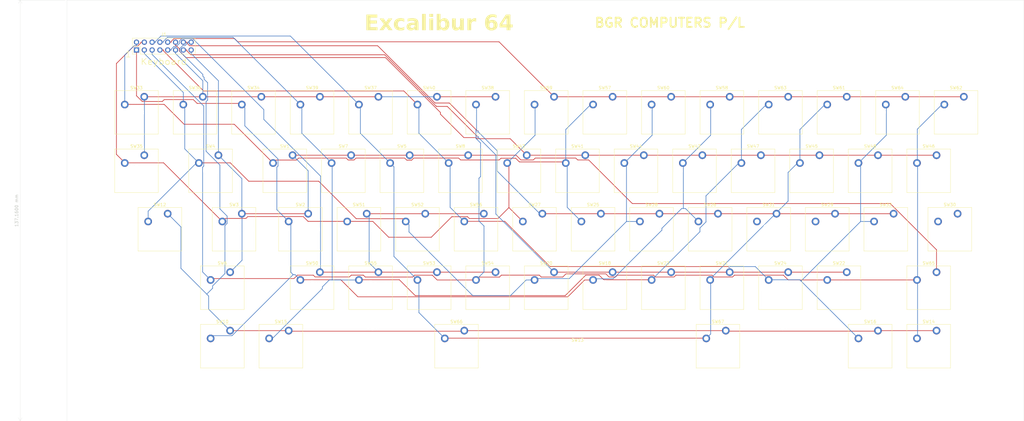
<source format=kicad_pcb>
(kicad_pcb (version 20241229) (generator "pcbnew") (generator_version "9.0")
  (layers (0 "F.Cu" signal) (2 "B.Cu" signal) (13 "F.Paste" user) (15 "B.Paste" user) (5 "F.SilkS" user "F.Silkscreen") (7 "B.SilkS" user "B.Silkscreen") (1 "F.Mask" user) (3 "B.Mask" user) (25 "Edge.Cuts" user))
  (net 0 "")
  (net 1 "COL3")
  (net 2 "COL5")
  (net 3 "COL0")
  (net 4 "ROW5")
  (net 5 "ROW7")
  (net 6 "ROW0")
  (net 7 "COL6")
  (net 8 "COL7")
  (net 9 "COL4")
  (net 10 "ROW2")
  (net 11 "COL1")
  (net 12 "ROW4")
  (net 13 "ROW3")
  (net 14 "ROW6")
  (net 15 "COL2")
  (net 16 "ROW1")
  (footprint "PCM_Switch_Keyboard_Cherry_MX:SW_Cherry_MX_PCB_1.00u" (layer "F.Cu") (at 185.166 126.746)
    (property "Reference" "SW43")
    (property "Value" "T")
  )
  (footprint "PCM_Switch_Keyboard_Cherry_MX:SW_Cherry_MX_PCB_1.00u" (layer "F.Cu") (at 270.256 107.696)
    (property "Reference" "SW63")
    (property "Value" "0 )")
  )
  (footprint "PCM_Switch_Keyboard_Cherry_MX:SW_Cherry_MX_PCB_1.00u" (layer "F.Cu") (at 299.466 126.746)
    (property "Reference" "SW48")
    (property "Value" "[ {")
  )
  (footprint "PCM_Switch_Keyboard_Cherry_MX:SW_Cherry_MX_PCB_1.00u" (layer "F.Cu") (at 190.246 145.796)
    (property "Reference" "SW27")
    (property "Value" "G")
  )
  (footprint "Connector_PinHeader_2.54mm:PinHeader_2x08_P2.54mm_Vertical" (layer "F.Cu") (at 60.721 87.381 90)
    (property "Reference" "J1")
    (property "Value" "Keyboard")
  )
  (footprint "PCM_Switch_Keyboard_Cherry_MX:SW_Cherry_MX_PCB_1.00u" (layer "F.Cu") (at 270.256 164.846)
    (property "Reference" "SW24")
    (property "Value" ". >")
  )
  (footprint "PCM_Switch_Keyboard_Cherry_MX:SW_Cherry_MX_PCB_1.00u" (layer "F.Cu") (at 136.906 107.696)
    (property "Reference" "SW37")
    (property "Value" "3 #")
  )
  (footprint "PCM_Switch_Keyboard_Cherry_MX:SW_Cherry_MX_PCB_1.50u" (layer "F.Cu") (at 84.836 126.746)
    (property "Reference" "SW4")
    (property "Value" "<TAB>")
  )
  (footprint "PCM_Switch_Keyboard_Cherry_MX:SW_Cherry_MX_PCB_1.00u" (layer "F.Cu") (at 266.446 145.796)
    (property "Reference" "SW31")
    (property "Value" "L")
  )
  (footprint "PCM_Switch_Keyboard_Cherry_MX:SW_Cherry_MX_PCB_1.00u" (layer "F.Cu") (at 285.496 145.796)
    (property "Reference" "SW29")
    (property "Value" "; :")
  )
  (footprint "PCM_Switch_Keyboard_Cherry_MX:SW_Cherry_MX_PCB_1.00u" (layer "F.Cu") (at 242.316 126.746)
    (property "Reference" "SW42")
    (property "Value" "I")
  )
  (footprint "PCM_Switch_Keyboard_Cherry_MX:SW_Cherry_MX_PCB_1.00u" (layer "F.Cu") (at 155.956 107.696)
    (property "Reference" "SW40")
    (property "Value" "4 $")
  )
  (footprint "PCM_Switch_Keyboard_Cherry_MX:SW_Cherry_MX_PCB_1.00u" (layer "F.Cu") (at 209.296 145.796)
    (property "Reference" "SW25")
    (property "Value" "H")
  )
  (footprint "MountingHole:MountingHole_4.3mm_M4" (layer "F.Cu") (at 343.396 164.746)
    (property "Reference" "REF09" (hide yes))
    (property "Value" "MountingHole_4.3mm_M4" (hide yes))
  )
  (footprint "PCM_Switch_Keyboard_Cherry_MX:SW_Cherry_MX_PCB_1.00u" (layer "F.Cu") (at 107.696 183.896)
    (property "Reference" "SW15")
    (property "Value" "F2")
  )
  (footprint "MountingHole:MountingHole_4.3mm_M4" (layer "F.Cu") (at 191.396 77.746)
    (property "Reference" "REF03" (hide yes))
    (property "Value" "MountingHole_4.3mm_M4" (hide yes))
  )
  (footprint "MountingHole:MountingHole_4.3mm_M4" (layer "F.Cu") (at 49.53 200.406)
    (property "Reference" "REF10" (hide yes))
    (property "Value" "MountingHole_4.3mm_M4" (hide yes))
  )
  (footprint "PCM_Switch_Keyboard_Cherry_MX:SW_Cherry_MX_PCB_1.00u" (layer "F.Cu") (at 155.956 164.846)
    (property "Reference" "SW53")
    (property "Value" "C")
  )
  (footprint "PCM_Switch_Keyboard_Cherry_MX:SW_Cherry_MX_PCB_1.00u" (layer "F.Cu") (at 108.966 126.746)
    (property "Reference" "SW1")
    (property "Value" "Q")
  )
  (footprint "PCM_Switch_Keyboard_Cherry_MX:SW_Cherry_MX_PCB_1.00u" (layer "F.Cu") (at 280.416 126.746)
    (property "Reference" "SW45")
    (property "Value" "P")
  )
  (footprint "PCM_Switch_Keyboard_Cherry_MX:SW_Cherry_MX_PCB_1.00u" (layer "F.Cu") (at 60.706 126.746)
    (property "Reference" "SW35")
    (property "Value" "<ESC>")
  )
  (footprint "MountingHole:MountingHole_4.3mm_M4" (layer "F.Cu") (at 45 165)
    (property "Reference" "REF08" (hide yes))
    (property "Value" "MountingHole_4.3mm_M4" (hide yes))
  )
  (footprint "PCM_Switch_Keyboard_Cherry_MX:SW_Cherry_MX_PCB_1.00u" (layer "F.Cu") (at 213.106 107.696)
    (property "Reference" "SW57")
    (property "Value" "7 &")
  )
  (footprint "MountingHole:MountingHole_4.3mm_M4" (layer "F.Cu") (at 111.396 77.746)
    (property "Reference" "REF02" (hide yes))
    (property "Value" "MountingHole_4.3mm_M4" (hide yes))
  )
  (footprint "PCM_Switch_Keyboard_Cherry_MX:SW_Cherry_MX_PCB_1.00u" (layer "F.Cu") (at 223.266 126.746)
    (property "Reference" "SW44")
    (property "Value" "U")
  )
  (footprint "PCM_Switch_Keyboard_Cherry_MX:SW_Cherry_MX_PCB_1.25u" (layer "F.Cu") (at 92.456 145.796)
    (property "Reference" "SW3")
    (property "Value" "CAPSLOCK")
  )
  (footprint "PCM_Switch_Keyboard_Cherry_MX:SW_Cherry_MX_PCB_1.00u" (layer "F.Cu") (at 128.016 126.746)
    (property "Reference" "SW7")
    (property "Value" "W")
  )
  (footprint "PCM_Mounting_Keyboard_Stabilizer:Stabilizer_Cherry_MX_8.00u" (layer "F.Cu") (at 204.216 183.896)
    (property "Reference" "SW13")
    (property "Value" "<SPC>")
  )
  (footprint "PCM_Switch_Keyboard_Cherry_MX:SW_Cherry_MX_PCB_2.00u" (layer "F.Cu") (at 318.516 164.846)
    (property "Reference" "SW65")
    (property "Value" "SHIFT")
  )
  (footprint "PCM_Switch_Keyboard_Cherry_MX:SW_Cherry_MX_PCB_1.00u" (layer "F.Cu") (at 164.846 183.896)
    (property "Reference" "SW66")
    (property "Value" "<SPC>")
  )
  (footprint "PCM_Switch_Keyboard_Cherry_MX:SW_Cherry_MX_PCB_1.00u" (layer "F.Cu") (at 175.006 107.696)
    (property "Reference" "SW38")
    (property "Value" "5 %")
  )
  (footprint "PCM_Switch_Keyboard_Cherry_MX:SW_Cherry_MX_PCB_1.00u" (layer "F.Cu") (at 249.936 183.896)
    (property "Reference" "SW67")
    (property "Value" "<SPC>")
  )
  (footprint "PCM_Switch_Keyboard_Cherry_MX:SW_Cherry_MX_PCB_1.00u" (layer "F.Cu") (at 60.706 107.696)
    (property "Reference" "SW33")
    (property "Value" "LINE_INS")
  )
  (footprint "MountingHole:MountingHole_4.3mm_M4" (layer "F.Cu") (at 45 110)
    (property "Reference" "REF06" (hide yes))
    (property "Value" "MountingHole_4.3mm_M4" (hide yes))
  )
  (footprint "PCM_Switch_Keyboard_Cherry_MX:SW_Cherry_MX_PCB_2.00u" (layer "F.Cu") (at 88.646 164.846)
    (property "Reference" "SW6")
    (property "Value" "SHIFT")
  )
  (footprint "PCM_Switch_Keyboard_Cherry_MX:SW_Cherry_MX_PCB_1.00u" (layer "F.Cu") (at 318.516 126.746)
    (property "Reference" "SW46")
    (property "Value" "] }")
  )
  (footprint "MountingHole:MountingHole_4.3mm_M4" (layer "F.Cu") (at 111.262 201.422)
    (property "Reference" "REF11" (hide yes))
    (property "Value" "MountingHole_4.3mm_M4" (hide yes))
  )
  (footprint "PCM_Switch_Keyboard_Cherry_MX:SW_Cherry_MX_PCB_1.00u" (layer "F.Cu") (at 213.106 164.846)
    (property "Reference" "SW18")
    (property "Value" "N")
  )
  (footprint "PCM_Switch_Keyboard_Cherry_MX:SW_Cherry_MX_PCB_1.00u" (layer "F.Cu") (at 325.374 145.796)
    (property "Reference" "SW30")
    (property "Value" "<RET>")
  )
  (footprint "PCM_Switch_Keyboard_Cherry_MX:SW_Cherry_MX_PCB_1.00u" (layer "F.Cu") (at 289.306 107.696)
    (property "Reference" "SW61")
    (property "Value" "- _")
  )
  (footprint "PCM_Switch_Keyboard_Cherry_MX:SW_Cherry_MX_PCB_1.00u" (layer "F.Cu") (at 152.146 145.796)
    (property "Reference" "SW52")
    (property "Value" "D")
  )
  (footprint "PCM_Switch_Keyboard_Cherry_MX:SW_Cherry_MX_PCB_1.00u" (layer "F.Cu") (at 136.906 164.846)
    (property "Reference" "SW55")
    (property "Value" "X")
  )
  (footprint "PCM_Switch_Keyboard_Cherry_MX:SW_Cherry_MX_PCB_1.00u" (layer "F.Cu") (at 79.756 107.696)
    (property "Reference" "SW36")
    (property "Value" "LINE_DEL")
  )
  (footprint "PCM_Switch_Keyboard_Cherry_MX:SW_Cherry_MX_PCB_1.00u" (layer "F.Cu") (at 327.406 107.696)
    (property "Reference" "SW62")
    (property "Value" "<BKSP>")
  )
  (footprint "MountingHole:MountingHole_4.3mm_M4" (layer "F.Cu") (at 50 78)
    (property "Reference" "REF01" (hide yes))
    (property "Value" "MountingHole_4.3mm_M4" (hide yes))
  )
  (footprint "PCM_Switch_Keyboard_Cherry_MX:SW_Cherry_MX_PCB_1.00u" (layer "F.Cu") (at 147.066 126.746)
    (property "Reference" "SW5")
    (property "Value" "E")
  )
  (footprint "MountingHole:MountingHole_4.3mm_M4" (layer "F.Cu") (at 191.262 201.422)
    (property "Reference" "REF12" (hide yes))
    (property "Value" "MountingHole_4.3mm_M4" (hide yes))
  )
  (footprint "MountingHole:MountingHole_4.3mm_M4" (layer "F.Cu") (at 271.262 201.422)
    (property "Reference" "REF13" (hide yes))
    (property "Value" "MountingHole_4.3mm_M4" (hide yes))
  )
  (footprint "PCM_Switch_Keyboard_Cherry_MX:SW_Cherry_MX_PCB_1.00u" (layer "F.Cu") (at 171.196 145.796)
    (property "Reference" "SW56")
    (property "Value" "F")
  )
  (footprint "PCM_Switch_Keyboard_Cherry_MX:SW_Cherry_MX_PCB_1.00u" (layer "F.Cu") (at 194.056 164.846)
    (property "Reference" "SW20")
    (property "Value" "B")
  )
  (footprint "PCM_Switch_Keyboard_Cherry_MX:SW_Cherry_MX_PCB_1.00u" (layer "F.Cu") (at 114.046 145.796)
    (property "Reference" "SW2")
    (property "Value" "A")
  )
  (footprint "PCM_Switch_Keyboard_Cherry_MX:SW_Cherry_MX_PCB_1.00u" (layer "F.Cu") (at 98.806 107.696)
    (property "Reference" "SW34")
    (property "Value" "1 !")
  )
  (footprint "PCM_Switch_Keyboard_Cherry_MX:SW_Cherry_MX_PCB_1.00u" (layer "F.Cu") (at 228.346 145.796)
    (property "Reference" "SW28")
    (property "Value" "J")
  )
  (footprint "MountingHole:MountingHole_4.3mm_M4" (layer "F.Cu") (at 339.09 200.66)
    (property "Reference" "REF14" (hide yes))
    (property "Value" "MountingHole_4.3mm_M4" (hide yes))
  )
  (footprint "PCM_Switch_Keyboard_Cherry_MX:SW_Cherry_MX_PCB_1.00u" (layer "F.Cu") (at 232.156 164.846)
    (property "Reference" "SW23")
    (property "Value" "M")
  )
  (footprint "PCM_Switch_Keyboard_Cherry_MX:SW_Cherry_MX_PCB_1.00u" (layer "F.Cu") (at 261.366 126.746)
    (property "Reference" "SW47")
    (property "Value" "O")
  )
  (footprint "PCM_Switch_Keyboard_Cherry_MX:SW_Cherry_MX_PCB_1.00u" (layer "F.Cu") (at 289.306 164.846)
    (property "Reference" "SW22")
    (property "Value" "/ ?")
  )
  (footprint "PCM_Switch_Keyboard_Cherry_MX:SW_Cherry_MX_PCB_1.00u" (layer "F.Cu") (at 318.516 183.896)
    (property "Reference" "SW14")
    (property "Value" "F4")
  )
  (footprint "PCM_Switch_Keyboard_Cherry_MX:SW_Cherry_MX_PCB_1.00u" (layer "F.Cu") (at 175.006 164.846)
    (property "Reference" "SW54")
    (property "Value" "V")
  )
  (footprint "PCM_Switch_Keyboard_Cherry_MX:SW_Cherry_MX_PCB_1.25u" (layer "F.Cu") (at 68.326 145.796)
    (property "Reference" "SW12")
    (property "Value" "<CTRL>")
  )
  (footprint "PCM_Switch_Keyboard_Cherry_MX:SW_Cherry_MX_PCB_1.00u" (layer "F.Cu") (at 299.466 183.896)
    (property "Reference" "SW16")
    (property "Value" "F3")
  )
  (footprint "PCM_Switch_Keyboard_Cherry_MX:SW_Cherry_MX_PCB_1.00u" (layer "F.Cu") (at 304.546 145.796)
    (property "Reference" "SW32")
    (property "Value" "' \"")
  )
  (footprint "PCM_Switch_Keyboard_Cherry_MX:SW_Cherry_MX_PCB_1.00u" (layer "F.Cu") (at 117.856 107.696)
    (property "Reference" "SW39")
    (property "Value" "2 @")
  )
  (footprint "PCM_Switch_Keyboard_Cherry_MX:SW_Cherry_MX_PCB_1.00u" (layer "F.Cu") (at 88.646 183.896)
    (property "Reference" "SW10")
    (property "Value" "F1")
  )
  (footprint "PCM_Switch_Keyboard_Cherry_MX:SW_Cherry_MX_PCB_1.00u" (layer "F.Cu") (at 194.056 107.696)
    (property "Reference" "SW59")
    (property "Value" "6 ^")
  )
  (footprint "PCM_Switch_Keyboard_Cherry_MX:SW_Cherry_MX_PCB_1.00u" (layer "F.Cu") (at 117.856 164.846)
    (property "Reference" "SW50")
    (property "Value" "Z")
  )
  (footprint "PCM_Switch_Keyboard_Cherry_MX:SW_Cherry_MX_PCB_1.00u" (layer "F.Cu") (at 308.356 107.696)
    (property "Reference" "SW64")
    (property "Value" "= +")
  )
  (footprint "PCM_Switch_Keyboard_Cherry_MX:SW_Cherry_MX_PCB_1.00u" (layer "F.Cu") (at 232.156 107.696)
    (property "Reference" "SW60")
    (property "Value" "8 *")
  )
  (footprint "PCM_Switch_Keyboard_Cherry_MX:SW_Cherry_MX_PCB_1.00u" (layer "F.Cu") (at 251.206 164.846)
    (property "Reference" "SW21")
    (property "Value" ", <")
  )
  (footprint "PCM_Switch_Keyboard_Cherry_MX:SW_Cherry_MX_PCB_1.00u" (layer "F.Cu") (at 133.096 145.796)
    (property "Reference" "SW51")
    (property "Value" "S")
  )
  (footprint "PCM_Switch_Keyboard_Cherry_MX:SW_Cherry_MX_PCB_1.00u" (layer "F.Cu") (at 247.396 145.796)
    (property "Reference" "SW26")
    (property "Value" "K")
  )
  (footprint "PCM_Switch_Keyboard_Cherry_MX:SW_Cherry_MX_PCB_1.00u" (layer "F.Cu") (at 166.116 126.746)
    (property "Reference" "SW8")
    (property "Value" "R")
  )
  (footprint "MountingHole:MountingHole_4.3mm_M4" (layer "F.Cu") (at 271.396 77.746)
    (property "Reference" "REF04" (hide yes))
    (property "Value" "MountingHole_4.3mm_M4" (hide yes))
  )
  (footprint "PCM_Switch_Keyboard_Cherry_MX:SW_Cherry_MX_PCB_1.00u" (layer "F.Cu") (at 204.216 126.746)
    (property "Reference" "SW41")
    (property "Value" "Y")
  )
  (footprint "MountingHole:MountingHole_4.3mm_M4" (layer "F.Cu") (at 338.396 77.746)
    (property "Reference" "REF05" (hide yes))
    (property "Value" "MountingHole_4.3mm_M4" (hide yes))
  )
  (footprint "PCM_Switch_Keyboard_Cherry_MX:SW_Cherry_MX_PCB_1.00u" (layer "F.Cu") (at 251.206 107.696)
    (property "Reference" "SW58")
    (property "Value" "9 (")
  )
  (footprint "MountingHole:MountingHole_4.3mm_M4" (layer "F.Cu") (at 343.396 109.746)
    (property "Reference" "REF07" (hide yes))
    (property "Value" "MountingHole_4.3mm_M4" (hide yes))
  )
  (gr_line (start 38.1 71.12) (end 349.504 71.12) (stroke (width 0.05)) (layer "Edge.Cuts"))
  (gr_line (start 349.504 208.28) (end 38.1 208.28) (stroke (width 0.05)) (layer "Edge.Cuts"))
  (gr_line (start 38.1 208.28) (end 38.1 71.12) (stroke (width 0.05)) (layer "Edge.Cuts"))
  (gr_line (start 349.504 71.12) (end 349.504 208.28) (stroke (width 0.05)) (layer "Edge.Cuts"))
  (gr_text "Excalibur 64" (at 134.874 81.788 0) (layer "F.SilkS") (effects (font (size 5 5) (thickness 0.3) (bold yes)) (justify left bottom)))
  (gr_text "1" (at 56.896 89.916 0) (layer "F.SilkS") (effects (font (size 2 2.2)) (justify left bottom)))
  (gr_text "BGR COMPUTERS P/L" (at 209.55 80.264 0) (layer "F.SilkS") (effects (font (size 3 3) (thickness 0.6) (bold yes)) (justify left bottom)))
  (dimension (type aligned) (layer "Edge.Cuts") (pts (xy 38.1 71.12) (xy 38.1 208.28)) (height 15.239999) (format (prefix "") (suffix "") (units 3) (units_format 1) (precision 4)) (style (thickness 0.05) (arrow_length 1.27) (text_position_mode 0) (arrow_direction outward) (extension_height 0.58642) (extension_offset 0.5) (keep_text_aligned yes)) (gr_text "137.1600 mm" (at 21.710001 139.7 90) (layer "Edge.Cuts") (effects (font (size 1 1) (thickness 0.15)))))
  (segment (start 161.036 181.356) (end 161.1255 181.2665) (width 0.2) (layer "F.Cu") (net 1))
  (segment (start 246.0365 181.2665) (end 246.126 181.356) (width 0.2) (layer "F.Cu") (net 1))
  (segment (start 161.1255 181.2665) (end 246.0365 181.2665) (width 0.2) (layer "F.Cu") (net 1))
  (segment (start 284.7278 105.156) (end 285.496 105.156) (width 0.2) (layer "B.Cu") (net 1))
  (segment (start 68.6735 82.8323) (end 110.7723 82.8323) (width 0.2) (layer "B.Cu") (net 1))
  (segment (start 247.5739 162.4839) (end 247.5739 179.9081) (width 0.2) (layer "B.Cu") (net 1))
  (segment (start 276.606 113.2778) (end 284.7278 105.156) (width 0.2) (layer "B.Cu") (net 1))
  (segment (start 247.396 162.306) (end 247.5739 162.4839) (width 0.2) (layer "B.Cu") (net 1))
  (segment (start 143.256 124.206) (end 144.4898 125.4398) (width 0.2) (layer "B.Cu") (net 1))
  (segment (start 110.7723 82.8323) (end 133.096 105.156) (width 0.2) (layer "B.Cu") (net 1))
  (segment (start 272.7598 127.284) (end 272.7598 136.6094) (width 0.2) (layer "B.Cu") (net 1))
  (segment (start 247.5739 179.9081) (end 246.126 181.356) (width 0.2) (layer "B.Cu") (net 1))
  (segment (start 152.146 162.306) (end 152.6206 162.7806) (width 0.2) (layer "B.Cu") (net 1))
  (segment (start 152.6206 172.9406) (end 161.036 181.356) (width 0.2) (layer "B.Cu") (net 1))
  (segment (start 247.396 161.9732) (end 247.396 162.306) (width 0.2) (layer "B.Cu") (net 1))
  (segment (start 66.9527 84.5531) (end 68.6735 82.8323) (width 0.2) (layer "B.Cu") (net 1))
  (segment (start 144.4898 154.6498) (end 152.146 162.306) (width 0.2) (layer "B.Cu") (net 1))
  (segment (start 276.606 124.206) (end 275.8378 124.206) (width 0.2) (layer "B.Cu") (net 1))
  (segment (start 275.8378 124.206) (end 272.7598 127.284) (width 0.2) (layer "B.Cu") (net 1))
  (segment (start 276.606 124.206) (end 276.606 113.2778) (width 0.2) (layer "B.Cu") (net 1))
  (segment (start 133.096 105.156) (end 133.5706 105.6306) (width 0.2) (layer "B.Cu") (net 1))
  (segment (start 152.6206 162.7806) (end 152.6206 172.9406) (width 0.2) (layer "B.Cu") (net 1))
  (segment (start 133.5706 114.5206) (end 143.256 124.206) (width 0.2) (layer "B.Cu") (net 1))
  (segment (start 133.5706 105.6306) (end 133.5706 114.5206) (width 0.2) (layer "B.Cu") (net 1))
  (segment (start 66.9527 84.841) (end 66.9527 84.5531) (width 0.2) (layer "B.Cu") (net 1))
  (segment (start 65.801 84.841) (end 66.9527 84.841) (width 0.2) (layer "B.Cu") (net 1))
  (segment (start 272.7598 136.6094) (end 247.396 161.9732) (width 0.2) (layer "B.Cu") (net 1))
  (segment (start 144.4898 125.4398) (end 144.4898 154.6498) (width 0.2) (layer "B.Cu") (net 1))
  (segment (start 178.3534 142.283) (end 169.0218 142.283) (width 0.2) (layer "F.Cu") (net 2))
  (segment (start 62.1093 85.1095) (end 62.1093 84.841) (width 0.2) (layer "F.Cu") (net 2))
  (segment (start 137.6211 143.2234) (end 129.286 143.2234) (width 0.2) (layer "F.Cu") (net 2))
  (segment (start 114.9732 141.6432) (end 96.9362 141.6432) (width 0.2) (layer "F.Cu") (net 2))
  (segment (start 61.1078 86.111) (end 62.1093 85.1095) (width 0.2) (layer "F.Cu") (net 2))
  (segment (start 186.436 143.256) (end 181.9082 138.7282) (width 0.2) (layer "F.Cu") (net 2))
  (segment (start 56.952 124.15) (end 56.896 124.206) (width 0.2) (layer "F.Cu") (net 2))
  (segment (start 116.5534 143.2234) (end 114.9732 141.6432) (width 0.2) (layer "F.Cu") (net 2))
  (segment (start 96.9362 141.6432) (end 96.3102 142.2692) (width 0.2) (layer "F.Cu") (net 2))
  (segment (start 89.6328 142.2692) (end 88.646 143.256) (width 0.2) (layer "F.Cu") (net 2))
  (segment (start 156.6475 148.3922) (end 142.7899 148.3922) (width 0.2) (layer "F.Cu") (net 2))
  (segment (start 96.3102 142.2692) (end 89.6328 142.2692) (width 0.2) (layer "F.Cu") (net 2))
  (segment (start 168.4312 141.6924) (end 163.3473 141.6924) (width 0.2) (layer "F.Cu") (net 2))
  (segment (start 59.8619 86.111) (end 61.1078 86.111) (width 0.2) (layer "F.Cu") (net 2))
  (segment (start 88.646 143.256) (end 69.54 124.15) (width 0.2) (layer "F.Cu") (net 2))
  (segment (start 129.286 143.2234) (end 116.5534 143.2234) (width 0.2) (layer "F.Cu") (net 2))
  (segment (start 54.1881 121.3861) (end 54.1881 91.7848) (width 0.2) (layer "F.Cu") (net 2))
  (segment (start 129.286 143.2234) (end 129.286 143.256) (width 0.2) (layer "F.Cu") (net 2))
  (segment (start 163.3473 141.6924) (end 156.6475 148.3922) (width 0.2) (layer "F.Cu") (net 2))
  (segment (start 69.54 124.15) (end 56.952 124.15) (width 0.2) (layer "F.Cu") (net 2))
  (segment (start 54.1881 91.7848) (end 59.8619 86.111) (width 0.2) (layer "F.Cu") (net 2))
  (segment (start 181.9082 138.7282) (end 181.9082 124.7582) (width 0.2) (layer "F.Cu") (net 2))
  (segment (start 63.261 84.841) (end 62.1093 84.841) (width 0.2) (layer "F.Cu") (net 2))
  (segment (start 142.7899 148.3922) (end 137.6211 143.2234) (width 0.2) (layer "F.Cu") (net 2))
  (segment (start 181.9082 124.7582) (end 181.356 124.206) (width 0.2) (layer "F.Cu") (net 2))
  (segment (start 169.0218 142.283) (end 168.4312 141.6924) (width 0.2) (layer "F.Cu") (net 2))
  (segment (start 56.952 124.15) (end 54.1881 121.3861) (width 0.2) (layer "F.Cu") (net 2))
  (segment (start 181.9082 138.7282) (end 178.3534 142.283) (width 0.2) (layer "F.Cu") (net 2))
  (segment (start 190.4216 105.3316) (end 190.246 105.156) (width 0.2) (layer "B.Cu") (net 2))
  (segment (start 190.4216 115.1404) (end 190.4216 105.3316) (width 0.2) (layer "B.Cu") (net 2))
  (segment (start 181.356 124.206) (end 190.4216 115.1404) (width 0.2) (layer "B.Cu") (net 2))
  (segment (start 68.341 87.381) (end 69.4927 87.381) (width 0.2) (layer "F.Cu") (net 3))
  (segment (start 69.4927 87.381) (end 69.4927 87.6689) (width 0.2) (layer "F.Cu") (net 3))
  (segment (start 180.5571 143.2047) (end 195.2915 157.9391) (width 0.2) (layer "F.Cu") (net 3))
  (segment (start 195.2915 157.9391) (end 253.5672 157.9391) (width 0.2) (layer "F.Cu") (net 3))
  (segment (start 167.386 143.256) (end 167.4373 143.2047) (width 0.2) (layer "F.Cu") (net 3))
  (segment (start 147.717 100.727) (end 152.146 105.156) (width 0.2) (layer "F.Cu") (net 3))
  (segment (start 167.4373 143.2047) (end 180.5571 143.2047) (width 0.2) (layer "F.Cu") (net 3))
  (segment (start 69.4927 87.6689) (end 82.5508 100.727) (width 0.2) (layer "F.Cu") (net 3))
  (segment (start 82.5508 100.727) (end 147.717 100.727) (width 0.2) (layer "F.Cu") (net 3))
  (via (at 253.5672 157.9391) (size 0.6) (drill 0.3) (layers "F.Cu" "B.Cu") (net 3))
  (segment (start 304.7239 105.3339) (end 304.7239 115.1381) (width 0.2) (layer "B.Cu") (net 3))
  (segment (start 162.306 124.206) (end 162.7806 124.6806) (width 0.2) (layer "B.Cu") (net 3))
  (segment (start 276.9598 162.6597) (end 296.3635 143.256) (width 0.2) (layer "B.Cu") (net 3))
  (segment (start 276.9598 162.6597) (end 276.55 162.25) (width 0.2) (layer "B.Cu") (net 3))
  (segment (start 296.3635 143.256) (end 300.736 143.256) (width 0.2) (layer "B.Cu") (net 3))
  (segment (start 266.502 162.25) (end 266.446 162.306) (width 0.2) (layer "B.Cu") (net 3))
  (segment (start 152.146 105.156) (end 152.6206 105.6306) (width 0.2) (layer "B.Cu") (net 3))
  (segment (start 152.6206 114.5206) (end 162.306 124.206) (width 0.2) (layer "B.Cu") (net 3))
  (segment (start 304.546 105.156) (end 304.7239 105.3339) (width 0.2) (layer "B.Cu") (net 3))
  (segment (start 152.6206 105.6306) (end 152.6206 114.5206) (width 0.2) (layer "B.Cu") (net 3))
  (segment (start 276.55 162.25) (end 266.502 162.25) (width 0.2) (layer "B.Cu") (net 3))
  (segment (start 296.3635 143.256) (end 296.3635 124.9135) (width 0.2) (layer "B.Cu") (net 3))
  (segment (start 262.0791 157.9391) (end 266.446 162.306) (width 0.2) (layer "B.Cu") (net 3))
  (segment (start 296.3635 124.9135) (end 295.656 124.206) (width 0.2) (layer "B.Cu") (net 3))
  (segment (start 253.5672 157.9391) (end 262.0791 157.9391) (width 0.2) (layer "B.Cu") (net 3))
  (segment (start 162.7806 138.6506) (end 167.386 143.256) (width 0.2) (layer "B.Cu") (net 3))
  (segment (start 304.7239 115.1381) (end 295.656 124.206) (width 0.2) (layer "B.Cu") (net 3))
  (segment (start 162.7806 124.6806) (end 162.7806 138.6506) (width 0.2) (layer "B.Cu") (net 3))
  (segment (start 295.656 181.356) (end 276.9598 162.6597) (width 0.2) (layer "B.Cu") (net 3))
  (segment (start 161.8686 105.7781) (end 171.7699 115.6794) (width 0.2) (layer "F.Cu") (net 4))
  (segment (start 253.746 159.766) (end 272.796 159.766) (width 0.2) (layer "F.Cu") (net 4))
  (segment (start 77.1127 87.381) (end 77.1127 87.669) (width 0.2) (layer "F.Cu") (net 4))
  (segment (start 78.3781 88.9344) (end 141.4816 88.9344) (width 0.2) (layer "F.Cu") (net 4))
  (segment (start 215.646 159.766) (end 234.696 159.766) (width 0.2) (layer "F.Cu") (net 4))
  (segment (start 215.646 159.766) (end 196.596 159.766) (width 0.2) (layer "F.Cu") (net 4))
  (segment (start 234.696 159.766) (end 253.746 159.766) (width 0.2) (layer "F.Cu") (net 4))
  (segment (start 141.4816 88.9344) (end 158.3253 105.7781) (width 0.2) (layer "F.Cu") (net 4))
  (segment (start 291.846 159.766) (end 272.796 159.766) (width 0.2) (layer "F.Cu") (net 4))
  (segment (start 75.961 87.381) (end 77.1127 87.381) (width 0.2) (layer "F.Cu") (net 4))
  (segment (start 77.1127 87.669) (end 78.3781 88.9344) (width 0.2) (layer "F.Cu") (net 4))
  (segment (start 158.3253 105.7781) (end 161.8686 105.7781) (width 0.2) (layer "F.Cu") (net 4))
  (via (at 171.7699 115.6794) (size 0.6) (drill 0.3) (layers "F.Cu" "B.Cu") (net 4))
  (segment (start 177.6523 121.5618) (end 177.6523 140.8224) (width 0.2) (layer "B.Cu") (net 4))
  (segment (start 177.6523 140.8224) (end 177.6524 140.8224) (width 0.2) (layer "B.Cu") (net 4))
  (segment (start 171.7699 115.6794) (end 177.6523 121.5618) (width 0.2) (layer "B.Cu") (net 4))
  (segment (start 177.6524 140.8224) (end 196.596 159.766) (width 0.2) (layer "B.Cu") (net 4))
  (segment (start 184.2585 121.666) (end 185.8128 123.2203) (width 0.2) (layer "F.Cu") (net 5))
  (segment (start 168.656 121.666) (end 184.2585 121.666) (width 0.2) (layer "F.Cu") (net 5))
  (segment (start 111.506 121.666) (end 130.556 121.666) (width 0.2) (layer "F.Cu") (net 5))
  (segment (start 222.0613 137.4089) (end 305.9902 137.4089) (width 0.2) (layer "F.Cu") (net 5))
  (segment (start 189.8275 123.2203) (end 190.4546 122.5932) (width 0.2) (layer "F.Cu") (net 5))
  (segment (start 321.056 152.4747) (end 321.056 159.766) (width 0.2) (layer "F.Cu") (net 5))
  (segment (start 204.2942 123.2177) (end 207.8701 123.2177) (width 0.2) (layer "F.Cu") (net 5))
  (segment (start 190.4546 122.5932) (end 203.6697 122.5932) (width 0.2) (layer "F.Cu") (net 5))
  (segment (start 305.9902 137.4089) (end 321.056 152.4747) (width 0.2) (layer "F.Cu") (net 5))
  (segment (start 185.8128 123.2203) (end 189.8275 123.2203) (width 0.2) (layer "F.Cu") (net 5))
  (segment (start 203.6697 122.5932) (end 204.2942 123.2177) (width 0.2) (layer "F.Cu") (net 5))
  (segment (start 207.8701 123.2177) (end 222.0613 137.4089) (width 0.2) (layer "F.Cu") (net 5))
  (segment (start 130.556 121.666) (end 149.606 121.666) (width 0.2) (layer "F.Cu") (net 5))
  (segment (start 149.606 121.666) (end 168.656 121.666) (width 0.2) (layer "F.Cu") (net 5))
  (segment (start 94.996 140.716) (end 116.586 140.716) (width 0.2) (layer "F.Cu") (net 5))
  (segment (start 116.586 126.746) (end 111.506 121.666) (width 0.2) (layer "B.Cu") (net 5))
  (segment (start 116.586 140.716) (end 116.586 126.746) (width 0.2) (layer "B.Cu") (net 5))
  (segment (start 78.501 88.5327) (end 87.376 97.4077) (width 0.2) (layer "B.Cu") (net 5))
  (segment (start 87.376 121.666) (end 94.996 129.286) (width 0.2) (layer "B.Cu") (net 5))
  (segment (start 94.996 140.716) (end 95.0601 140.7801) (width 0.2) (layer "B.Cu") (net 5))
  (segment (start 87.376 97.4077) (end 87.376 121.666) (width 0.2) (layer "B.Cu") (net 5))
  (segment (start 95.0601 140.7801) (end 95.0601 155.8919) (width 0.2) (layer "B.Cu") (net 5))
  (segment (start 94.996 129.286) (end 94.996 140.716) (width 0.2) (layer "B.Cu") (net 5))
  (segment (start 95.0601 155.8919) (end 91.186 159.766) (width 0.2) (layer "B.Cu") (net 5))
  (segment (start 78.501 87.381) (end 78.501 88.5327) (width 0.2) (layer "B.Cu") (net 5))
  (segment (start 178.6858 84.7058) (end 93.6755 84.7058) (width 0.2) (layer "F.Cu") (net 6))
  (segment (start 196.596 102.616) (end 215.646 102.616) (width 0.2) (layer "F.Cu") (net 6))
  (segment (start 329.946 102.616) (end 310.896 102.616) (width 0.2) (layer "F.Cu") (net 6))
  (segment (start 72.0327 84.5531) (end 72.0327 84.841) (width 0.2) (layer "F.Cu") (net 6))
  (segment (start 196.596 102.616) (end 178.6858 84.7058) (width 0.2) (layer "F.Cu") (net 6))
  (segment (start 70.881 84.841) (end 72.0327 84.841) (width 0.2) (layer "F.Cu") (net 6))
  (segment (start 92.6216 83.6519) (end 72.9339 83.6519) (width 0.2) (layer "F.Cu") (net 6))
  (segment (start 291.846 102.616) (end 310.896 102.616) (width 0.2) (layer "F.Cu") (net 6))
  (segment (start 93.6755 84.7058) (end 92.6216 83.6519) (width 0.2) (layer "F.Cu") (net 6))
  (segment (start 234.696 102.616) (end 253.746 102.616) (width 0.2) (layer "F.Cu") (net 6))
  (segment (start 72.9339 83.6519) (end 72.0327 84.5531) (width 0.2) (layer "F.Cu") (net 6))
  (segment (start 215.646 102.616) (end 234.696 102.616) (width 0.2) (layer "F.Cu") (net 6))
  (segment (start 272.796 102.616) (end 291.846 102.616) (width 0.2) (layer "F.Cu") (net 6))
  (segment (start 253.746 102.616) (end 272.796 102.616) (width 0.2) (layer "F.Cu") (net 6))
  (segment (start 114.1099 162.2421) (end 127.2045 162.2421) (width 0.2) (layer "F.Cu") (net 7))
  (segment (start 69.1078 104.1741) (end 62.5998 104.1741) (width 0.2) (layer "F.Cu") (net 7))
  (segment (start 79.2177 103.5512) (end 69.7307 103.5512) (width 0.2) (layer "F.Cu") (net 7))
  (segment (start 69.7307 103.5512) (end 69.1078 104.1741) (width 0.2) (layer "F.Cu") (net 7))
  (segment (start 132.7731 167.8107) (end 201.0599 167.8107) (width 0.2) (layer "F.Cu") (net 7))
  (segment (start 206.5646 162.306) (end 209.296 162.306) (width 0.2) (layer "F.Cu") (net 7))
  (segment (start 201.0599 167.8107) (end 206.5646 162.306) (width 0.2) (layer "F.Cu") (net 7))
  (segment (start 94.996 105.156) (end 94.6381 104.7981) (width 0.2) (layer "F.Cu") (net 7))
  (segment (start 60.721 102.2953) (end 60.721 87.381) (width 0.2) (layer "F.Cu") (net 7))
  (segment (start 94.6381 104.7981) (end 80.4646 104.7981) (width 0.2) (layer "F.Cu") (net 7))
  (segment (start 62.5998 104.1741) (end 60.721 102.2953) (width 0.2) (layer "F.Cu") (net 7))
  (segment (start 114.046 162.306) (end 114.1099 162.2421) (width 0.2) (layer "F.Cu") (net 7))
  (segment (start 127.2045 162.2421) (end 132.7731 167.8107) (width 0.2) (layer "F.Cu") (net 7))
  (segment (start 80.4646 104.7981) (end 79.2177 103.5512) (width 0.2) (layer "F.Cu") (net 7))
  (segment (start 106.767 122.8929) (end 106.767 125.1819) (width 0.2) (layer "B.Cu") (net 7))
  (segment (start 243.586 143.256) (end 239.3546 139.0246) (width 0.2) (layer "B.Cu") (net 7))
  (segment (start 94.996 105.156) (end 95.9634 106.1234) (width 0.2) (layer "B.Cu") (net 7))
  (segment (start 209.6755 161.9265) (end 209.296 162.306) (width 0.2) (layer "B.Cu") (net 7))
  (segment (start 247.5739 105.3339) (end 247.5739 115.1381) (width 0.2) (layer "B.Cu") (net 7))
  (segment (start 91.8146 180.4554) (end 111.696 160.574) (width 0.2) (layer "B.Cu") (net 7))
  (segment (start 231.6816 145.475) (end 231.6816 146.0874) (width 0.2) (layer "B.Cu") (net 7))
  (segment (start 238.506 124.206) (end 238.6651 124.3651) (width 0.2) (layer "B.Cu") (net 7))
  (segment (start 85.7366 180.4554) (end 91.8146 180.4554) (width 0.2) (layer "B.Cu") (net 7))
  (segment (start 111.696 160.574) (end 112.314 160.574) (width 0.2) (layer "B.Cu") (net 7))
  (segment (start 111.696 160.574) (end 110.9417 159.8197) (width 0.2) (layer "B.Cu") (net 7))
  (segment (start 238.6651 139.0246) (end 238.132 139.0246) (width 0.2) (layer "B.Cu") (net 7))
  (segment (start 247.5739 115.1381) (end 238.506 124.206) (width 0.2) (layer "B.Cu") (net 7))
  (segment (start 238.132 139.0246) (end 231.6816 145.475) (width 0.2) (layer "B.Cu") (net 7))
  (segment (start 106.767 125.1819) (end 106.3854 125.5635) (width 0.2) (layer "B.Cu") (net 7))
  (segment (start 239.3546 139.0246) (end 238.6651 139.0246) (width 0.2) (layer "B.Cu") (net 7))
  (segment (start 110.9417 159.8197) (end 110.9417 143.9617) (width 0.2) (layer "B.Cu") (net 7))
  (segment (start 110.9417 143.9617) (end 110.236 143.256) (width 0.2) (layer "B.Cu") (net 7))
  (segment (start 247.396 105.156) (end 247.5739 105.3339) (width 0.2) (layer "B.Cu") (net 7))
  (segment (start 84.836 181.356) (end 85.7366 180.4554) (width 0.2) (layer "B.Cu") (net 7))
  (segment (start 95.9634 112.0893) (end 106.767 122.8929) (width 0.2) (layer "B.Cu") (net 7))
  (segment (start 112.314 160.574) (end 114.046 162.306) (width 0.2) (layer "B.Cu") (net 7))
  (segment (start 238.6651 124.3651) (end 238.6651 139.0246) (width 0.2) (layer "B.Cu") (net 7))
  (segment (start 106.3854 125.5635) (end 106.3854 139.4054) (width 0.2) (layer "B.Cu") (net 7))
  (segment (start 106.3854 139.4054) (end 110.236 143.256) (width 0.2) (layer "B.Cu") (net 7))
  (segment (start 95.9634 106.1234) (end 95.9634 112.0893) (width 0.2) (layer "B.Cu") (net 7))
  (segment (start 231.6816 146.0874) (end 215.8425 161.9265) (width 0.2) (layer "B.Cu") (net 7))
  (segment (start 215.8425 161.9265) (end 209.6755 161.9265) (width 0.2) (layer "B.Cu") (net 7))
  (segment (start 147.9932 122.5932) (end 148.6752 123.2752) (width 0.2) (layer "F.Cu") (net 8))
  (segment (start 184.1057 122.647) (end 185.3083 123.8496) (width 0.2) (layer "F.Cu") (net 8))
  (segment (start 92.5281 111.5781) (end 105.156 124.206) (width 0.2) (layer "F.Cu") (net 8))
  (segment (start 178.744 123.2206) (end 179.3176 122.647) (width 0.2) (layer "F.Cu") (net 8))
  (segment (start 150.9498 122.5932) (end 165.5697 122.5932) (width 0.2) (layer "F.Cu") (net 8))
  (segment (start 128.9447 122.5947) (end 129.5834 123.2334) (width 0.2) (layer "F.Cu") (net 8))
  (segment (start 76.2026 111.5781) (end 92.5281 111.5781) (width 0.2) (layer "F.Cu") (net 8))
  (segment (start 165.5697 122.5932) (end 166.1971 123.2206) (width 0.2) (layer "F.Cu") (net 8))
  (segment (start 112.7952 123.2442) (end 113.4447 122.5947) (width 0.2) (layer "F.Cu") (net 8))
  (segment (start 200.0496 123.8496) (end 200.406 124.206) (width 0.2) (layer "F.Cu") (net 8))
  (segment (start 69.7292 105.1047) (end 76.2026 111.5781) (width 0.2) (layer "F.Cu") (net 8))
  (segment (start 185.3083 123.8496) (end 200.0496 123.8496) (width 0.2) (layer "F.Cu") (net 8))
  (segment (start 148.6752 123.2752) (end 150.2678 123.2752) (width 0.2) (layer "F.Cu") (net 8))
  (segment (start 105.156 124.206) (end 106.1178 123.2442) (width 0.2) (layer "F.Cu") (net 8))
  (segment (start 166.1971 123.2206) (end 178.744 123.2206) (width 0.2) (layer "F.Cu") (net 8))
  (segment (start 113.4447 122.5947) (end 128.9447 122.5947) (width 0.2) (layer "F.Cu") (net 8))
  (segment (start 132.1484 122.5932) (end 147.9932 122.5932) (width 0.2) (layer "F.Cu") (net 8))
  (segment (start 179.3176 122.647) (end 184.1057 122.647) (width 0.2) (layer "F.Cu") (net 8))
  (segment (start 129.5834 123.2334) (end 131.5082 123.2334) (width 0.2) (layer "F.Cu") (net 8))
  (segment (start 131.5082 123.2334) (end 132.1484 122.5932) (width 0.2) (layer "F.Cu") (net 8))
  (segment (start 106.1178 123.2442) (end 112.7952 123.2442) (width 0.2) (layer "F.Cu") (net 8))
  (segment (start 150.2678 123.2752) (end 150.9498 122.5932) (width 0.2) (layer "F.Cu") (net 8))
  (segment (start 56.896 105.156) (end 56.9473 105.1047) (width 0.2) (layer "F.Cu") (net 8))
  (segment (start 56.9473 105.1047) (end 69.7292 105.1047) (width 0.2) (layer "F.Cu") (net 8))
  (segment (start 200.406 113.2778) (end 208.5278 105.156) (width 0.2) (layer "B.Cu") (net 8))
  (segment (start 200.8806 138.6506) (end 200.8806 124.6806) (width 0.2) (layer "B.Cu") (net 8))
  (segment (start 60.721 84.841) (end 60.721 85.9927) (width 0.2) (layer "B.Cu") (net 8))
  (segment (start 200.8806 124.6806) (end 200.406 124.206) (width 0.2) (layer "B.Cu") (net 8))
  (segment (start 205.486 143.256) (end 200.8806 138.6506) (width 0.2) (layer "B.Cu") (net 8))
  (segment (start 200.406 124.206) (end 200.406 113.2778) (width 0.2) (layer "B.Cu") (net 8))
  (segment (start 56.896 105.156) (end 56.896 89.0259) (width 0.2) (layer "B.Cu") (net 8))
  (segment (start 59.9292 85.9927) (end 60.721 85.9927) (width 0.2) (layer "B.Cu") (net 8))
  (segment (start 208.5278 105.156) (end 209.296 105.156) (width 0.2) (layer "B.Cu") (net 8))
  (segment (start 56.896 89.0259) (end 59.9292 85.9927) (width 0.2) (layer "B.Cu") (net 8))
  (segment (start 81.082 124.15) (end 81.026 124.206) (width 0.2) (layer "F.Cu") (net 9))
  (segment (start 148.336 143.256) (end 147.4255 142.3455) (width 0.2) (layer "F.Cu") (net 9))
  (segment (start 132.2126 142.3455) (end 120.0067 130.1396) (width 0.2) (layer "F.Cu") (net 9))
  (segment (start 91.2464 124.15) (end 81.082 124.15) (width 0.2) (layer "F.Cu") (net 9))
  (segment (start 147.4255 142.3455) (end 132.2126 142.3455) (width 0.2) (layer "F.Cu") (net 9))
  (segment (start 120.0067 130.1396) (end 97.236 130.1396) (width 0.2) (layer "F.Cu") (net 9))
  (segment (start 97.236 130.1396) (end 91.2464 124.15) (width 0.2) (layer "F.Cu") (net 9))
  (segment (start 80.6127 123.7926) (end 81.026 124.206) (width 0.2) (layer "B.Cu") (net 9))
  (segment (start 182.4034 167.4172) (end 187.5146 162.306) (width 0.2) (layer "B.Cu") (net 9))
  (segment (start 76.4205 105.6305) (end 76.4205 119.6005) (width 0.2) (layer "B.Cu") (net 9))
  (segment (start 64.516 139.8893) (end 64.516 143.256) (width 0.2) (layer "B.Cu") (net 9))
  (segment (start 228.5239 115.1381) (end 219.456 124.206) (width 0.2) (layer "B.Cu") (net 9))
  (segment (start 228.346 105.156) (end 228.5239 105.3339) (width 0.2) (layer "B.Cu") (net 9))
  (segment (start 149.3852 146.6495) (end 170.1529 167.4172) (width 0.2) (layer "B.Cu") (net 9))
  (segment (start 148.336 143.256) (end 149.3852 144.3052) (width 0.2) (layer "B.Cu") (net 9))
  (segment (start 228.5239 105.3339) (end 228.5239 115.1381) (width 0.2) (layer "B.Cu") (net 9))
  (segment (start 75.946 105.156) (end 76.4205 105.6305) (width 0.2) (layer "B.Cu") (net 9))
  (segment (start 75.946 101.2177) (end 75.946 105.156) (width 0.2) (layer "B.Cu") (net 9))
  (segment (start 190.246 162.306) (end 190.7113 161.8407) (width 0.2) (layer "B.Cu") (net 9))
  (segment (start 201.5788 161.8407) (end 220.1635 143.256) (width 0.2) (layer "B.Cu") (net 9))
  (segment (start 80.6127 123.7926) (end 64.516 139.8893) (width 0.2) (layer "B.Cu") (net 9))
  (segment (start 220.1635 124.9135) (end 219.456 124.206) (width 0.2) (layer "B.Cu") (net 9))
  (segment (start 63.261 88.5327) (end 75.946 101.2177) (width 0.2) (layer "B.Cu") (net 9))
  (segment (start 190.7113 161.8407) (end 201.5788 161.8407) (width 0.2) (layer "B.Cu") (net 9))
  (segment (start 76.4205 119.6005) (end 80.6127 123.7926) (width 0.2) (layer "B.Cu") (net 9))
  (segment (start 63.261 87.381) (end 63.261 88.5327) (width 0.2) (layer "B.Cu") (net 9))
  (segment (start 220.1635 143.256) (end 224.536 143.256) (width 0.2) (layer "B.Cu") (net 9))
  (segment (start 149.3852 144.3052) (end 149.3852 146.6495) (width 0.2) (layer "B.Cu") (net 9))
  (segment (start 220.1635 143.256) (end 220.1635 124.9135) (width 0.2) (layer "B.Cu") (net 9))
  (segment (start 187.5146 162.306) (end 190.246 162.306) (width 0.2) (layer "B.Cu") (net 9))
  (segment (start 170.1529 167.4172) (end 182.4034 167.4172) (width 0.2) (layer "B.Cu") (net 9))
  (segment (start 244.856 121.666) (end 263.906 121.666) (width 0.2) (layer "F.Cu") (net 10))
  (segment (start 225.806 121.666) (end 244.856 121.666) (width 0.2) (layer "F.Cu") (net 10))
  (segment (start 159.6093 108.2869) (end 167.2508 115.9284) (width 0.2) (layer "F.Cu") (net 10))
  (segment (start 73.421 84.841) (end 73.421 85.9927) (width 0.2) (layer "F.Cu") (net 10))
  (segment (start 74.691 86.9942) (end 74.691 87.7492) (width 0.2) (layer "F.Cu") (net 10))
  (segment (start 167.2508 115.9284) (end 171.1682 115.9284) (width 0.2) (layer "F.Cu") (net 10))
  (segment (start 74.691 87.7492) (end 76.8085 89.8667) (width 0.2) (layer "F.Cu") (net 10))
  (segment (start 225.806 121.666) (end 206.756 121.666) (width 0.2) (layer "F.Cu") (net 10))
  (segment (start 171.5208 116.2811) (end 182.3211 116.2811) (width 0.2) (layer "F.Cu") (net 10))
  (segment (start 73.6895 85.9927) (end 74.691 86.9942) (width 0.2) (layer "F.Cu") (net 10))
  (segment (start 263.906 121.666) (end 282.956 121.666) (width 0.2) (layer "F.Cu") (net 10))
  (segment (start 141.7471 89.8667) (end 159.6093 107.7289) (width 0.2) (layer "F.Cu") (net 10))
  (segment (start 171.1682 115.9285) (end 171.5208 116.2811) (width 0.2) (layer "F.Cu") (net 10))
  (segment (start 182.3211 116.2811) (end 187.706 121.666) (width 0.2) (layer "F.Cu") (net 10))
  (segment (start 76.8085 89.8667) (end 141.7471 89.8667) (width 0.2) (layer "F.Cu") (net 10))
  (segment (start 321.056 121.666) (end 302.006 121.666) (width 0.2) (layer "F.Cu") (net 10))
  (segment (start 73.421 85.9927) (end 73.6895 85.9927) (width 0.2) (layer "F.Cu") (net 10))
  (segment (start 159.6093 107.7289) (end 159.6093 108.2869) (width 0.2) (layer "F.Cu") (net 10))
  (segment (start 282.956 121.666) (end 302.006 121.666) (width 0.2) (layer "F.Cu") (net 10))
  (segment (start 206.756 121.666) (end 187.706 121.666) (width 0.2) (layer "F.Cu") (net 10))
  (segment (start 171.1682 115.9284) (end 171.1682 115.9285) (width 0.2) (layer "F.Cu") (net 10))
  (segment (start 212.7708 162.2498) (end 228.2898 162.2498) (width 0.2) (layer "F.Cu") (net 11))
  (segment (start 146.2564 162.244) (end 151.415 167.4026) (width 0.2) (layer "F.Cu") (net 11))
  (segment (start 133.096 162.306) (end 133.158 162.244) (width 0.2) (layer "F.Cu") (net 11))
  (segment (start 151.415 167.4026) (end 200.2447 167.4026) (width 0.2) (layer "F.Cu") (net 11))
  (segment (start 211.2686 160.7476) (end 212.7708 162.2498) (width 0.2) (layer "F.Cu") (net 11))
  (segment (start 206.8997 160.7476) (end 211.2686 160.7476) (width 0.2) (layer "F.Cu") (net 11))
  (segment (start 228.2898 162.2498) (end 228.346 162.306) (width 0.2) (layer "F.Cu") (net 11))
  (segment (start 200.2447 167.4026) (end 206.8997 160.7476) (width 0.2) (layer "F.Cu") (net 11))
  (segment (start 133.158 162.244) (end 146.2564 162.244) (width 0.2) (layer "F.Cu") (net 11))
  (segment (start 257.556 124.206) (end 257.556 113.2778) (width 0.2) (layer "B.Cu") (net 11))
  (segment (start 257.556 124.206) (end 256.7298 124.206) (width 0.2) (layer "B.Cu") (net 11))
  (segment (start 114.5206 105.6306) (end 114.5206 114.5206) (width 0.2) (layer "B.Cu") (net 11))
  (segment (start 104.9615 181.356) (end 121.1916 165.1259) (width 0.2) (layer "B.Cu") (net 11))
  (segment (start 244.0606 145.3683) (end 244.0606 146.5914) (width 0.2) (layer "B.Cu") (net 11))
  (segment (start 124.3968 124.3968) (end 124.3968 162.306) (width 0.2) (layer "B.Cu") (net 11))
  (segment (start 257.556 113.2778) (end 265.6778 105.156) (width 0.2) (layer "B.Cu") (net 11))
  (segment (start 121.1916 165.1259) (end 121.1916 164.5665) (width 0.2) (layer "B.Cu") (net 11))
  (segment (start 123.4521 162.306) (end 124.3968 162.306) (width 0.2) (layer "B.Cu") (net 11))
  (segment (start 246.0322 134.9036) (end 246.0322 143.3967) (width 0.2) (layer "B.Cu") (net 11))
  (segment (start 265.6778 105.156) (end 266.446 105.156) (width 0.2) (layer "B.Cu") (net 11))
  (segment (start 256.7298 124.206) (end 246.0322 134.9036) (width 0.2) (layer "B.Cu") (net 11))
  (segment (start 124.3968 162.306) (end 133.096 162.306) (width 0.2) (layer "B.Cu") (net 11))
  (segment (start 114.046 105.156) (end 114.5206 105.6306) (width 0.2) (layer "B.Cu") (net 11))
  (segment (start 244.0606 146.5914) (end 228.346 162.306) (width 0.2) (layer "B.Cu") (net 11))
  (segment (start 121.1916 164.5665) (end 123.4521 162.306) (width 0.2) (layer "B.Cu") (net 11))
  (segment (start 103.886 181.356) (end 104.9615 181.356) (width 0.2) (layer "B.Cu") (net 11))
  (segment (start 92.1413 83.2513) (end 114.046 105.156) (width 0.2) (layer "B.Cu") (net 11))
  (segment (start 124.206 124.206) (end 124.3968 124.3968) (width 0.2) (layer "B.Cu") (net 11))
  (segment (start 246.0322 143.3967) (end 244.0606 145.3683) (width 0.2) (layer "B.Cu") (net 11))
  (segment (start 69.4927 84.5531) (end 70.7945 83.2513) (width 0.2) (layer "B.Cu") (net 11))
  (segment (start 114.5206 114.5206) (end 124.206 124.206) (width 0.2) (layer "B.Cu") (net 11))
  (segment (start 69.4927 84.841) (end 69.4927 84.5531) (width 0.2) (layer "B.Cu") (net 11))
  (segment (start 70.7945 83.2513) (end 92.1413 83.2513) (width 0.2) (layer "B.Cu") (net 11))
  (segment (start 68.341 84.841) (end 69.4927 84.841) (width 0.2) (layer "B.Cu") (net 11))
  (segment (start 249.936 140.716) (end 307.086 140.716) (width 0.2) (layer "F.Cu") (net 12))
  (segment (start 162.5225 104.6608) (end 171.7699 113.9082) (width 0.2) (layer "F.Cu") (net 12))
  (segment (start 192.786 140.716) (end 211.836 140.716) (width 0.2) (layer "F.Cu") (net 12))
  (segment (start 77.1127 84.841) (end 77.1127 85.129) (width 0.2) (layer "F.Cu") (net 12))
  (segment (start 77.9764 85.9927) (end 139.193 85.9927) (width 0.2) (layer "F.Cu") (net 12))
  (segment (start 211.836 140.716) (end 230.886 140.716) (width 0.2) (layer "F.Cu") (net 12))
  (segment (start 75.961 84.841) (end 77.1127 84.841) (width 0.2) (layer "F.Cu") (net 12))
  (segment (start 139.193 85.9927) (end 157.8611 104.6608) (width 0.2) (layer "F.Cu") (net 12))
  (segment (start 157.8611 104.6608) (end 162.5225 104.6608) (width 0.2) (layer "F.Cu") (net 12))
  (segment (start 77.1127 85.129) (end 77.9764 85.9927) (width 0.2) (layer "F.Cu") (net 12))
  (segment (start 230.886 140.716) (end 249.936 140.716) (width 0.2) (layer "F.Cu") (net 12))
  (via (at 171.7699 113.9082) (size 0.6) (drill 0.3) (layers "F.Cu" "B.Cu") (net 12))
  (segment (start 171.7699 113.9082) (end 178.1014 120.2397) (width 0.2) (layer "B.Cu") (net 12))
  (segment (start 178.1014 120.2397) (end 178.1014 126.8524) (width 0.2) (layer "B.Cu") (net 12))
  (segment (start 191.965 140.716) (end 192.786 140.716) (width 0.2) (layer "B.Cu") (net 12))
  (segment (start 178.1014 126.8524) (end 191.965 140.716) (width 0.2) (layer "B.Cu") (net 12))
  (segment (start 101.346 102.616) (end 82.296 102.616) (width 0.2) (layer "F.Cu") (net 13))
  (segment (start 139.446 102.616) (end 120.396 102.616) (width 0.2) (layer "F.Cu") (net 13))
  (segment (start 101.346 102.616) (end 120.396 102.616) (width 0.2) (layer "F.Cu") (net 13))
  (segment (start 82.296 102.616) (end 63.246 102.616) (width 0.2) (layer "F.Cu") (net 13))
  (segment (start 177.546 102.616) (end 158.496 102.616) (width 0.2) (layer "F.Cu") (net 13))
  (segment (start 63.2961 121.6159) (end 63.246 121.666) (width 0.2) (layer "B.Cu") (net 13))
  (segment (start 73.421 88.5327) (end 82.296 97.4077) (width 0.2) (layer "B.Cu") (net 13))
  (segment (start 158.496 102.616) (end 139.446 102.616) (width 0.2) (layer "B.Cu") (net 13))
  (segment (start 63.246 102.616) (end 63.2961 102.6661) (width 0.2) (layer "B.Cu") (net 13))
  (segment (start 63.2961 102.6661) (end 63.2961 121.6159) (width 0.2) (layer "B.Cu") (net 13))
  (segment (start 73.421 87.381) (end 73.421 88.5327) (width 0.2) (layer "B.Cu") (net 13))
  (segment (start 82.296 97.4077) (end 82.296 102.616) (width 0.2) (layer "B.Cu") (net 13))
  (segment (start 91.186 178.816) (end 110.236 178.816) (width 0.2) (layer "F.Cu") (net 14))
  (segment (start 110.236 178.816) (end 110.4213 179.0013) (width 0.2) (layer "F.Cu") (net 14))
  (segment (start 167.2007 179.0013) (end 167.386 178.816) (width 0.2) (layer "F.Cu") (net 14))
  (segment (start 321.056 178.816) (end 302.006 178.816) (width 0.2) (layer "F.Cu") (net 14))
  (segment (start 252.6467 178.9867) (end 252.476 178.816) (width 0.2) (layer "F.Cu") (net 14))
  (segment (start 301.8353 178.9867) (end 252.6467 178.9867) (width 0.2) (layer "F.Cu") (net 14))
  (segment (start 302.006 178.816) (end 301.8353 178.9867) (width 0.2) (layer "F.Cu") (net 14))
  (segment (start 110.4213 179.0013) (end 167.2007 179.0013) (width 0.2) (layer "F.Cu") (net 14))
  (segment (start 167.386 178.816) (end 252.476 178.816) (width 0.2) (layer "F.Cu") (net 14))
  (segment (start 83.858 98.0426) (end 83.858 103.719) (width 0.2) (layer "B.Cu") (net 14))
  (segment (start 82.734 96.9186) (end 83.858 98.0426) (width 0.2) (layer "B.Cu") (net 14))
  (segment (start 74.8093 87.8581) (end 82.2946 95.3434) (width 0.2) (layer "B.Cu") (net 14))
  (segment (start 84.2096 171.8396) (end 91.186 178.816) (width 0.2) (layer "B.Cu") (net 14))
  (segment (start 83.363 120.3711) (end 87.852 124.8601) (width 0.2) (layer "B.Cu") (net 14))
  (segment (start 76.4856 85.9927) (end 75.7205 85.9927) (width 0.2) (layer "B.Cu") (net 14))
  (segment (start 90.2101 141.5036) (end 90.2101 143.8864) (width 0.2) (layer "B.Cu") (net 14))
  (segment (start 87.852 124.8601) (end 87.852 139.1455) (width 0.2) (layer "B.Cu") (net 14))
  (segment (start 74.8093 86.9039) (end 74.8093 87.8581) (width 0.2) (layer "B.Cu") (net 14))
  (segment (start 77.3493 85.129) (end 76.4856 85.9927) (width 0.2) (layer "B.Cu") (net 14))
  (segment (start 85.4946 164.9981) (end 83.5731 166.9196) (width 0.2) (layer "B.Cu") (net 14))
  (segment (start 75.1729 158.5195) (end 83.5731 166.9196) (width 0.2) (layer "B.Cu") (net 14))
  (segment (start 83.363 104.214) (end 83.363 120.3711) (width 0.2) (layer "B.Cu") (net 14))
  (segment (start 89.4951 160.2338) (end 85.4946 164.2343) (width 0.2) (layer "B.Cu") (net 14))
  (segment (start 83.858 103.719) (end 83.363 104.214) (width 0.2) (layer "B.Cu") (net 14))
  (segment (start 82.2946 95.3434) (end 82.2946 95.9113) (width 0.2) (layer "B.Cu") (net 14))
  (segment (start 89.4951 144.6014) (end 89.4951 160.2338) (width 0.2) (layer "B.Cu") (net 14))
  (segment (start 90.2101 143.8864) (end 89.4951 144.6014) (width 0.2) (layer "B.Cu") (net 14))
  (segment (start 87.852 139.1455) (end 90.2101 141.5036) (width 0.2) (layer "B.Cu") (net 14))
  (segment (start 85.4946 164.2343) (end 85.4946 164.9981) (width 0.2) (layer "B.Cu") (net 14))
  (segment (start 75.7205 85.9927) (end 74.8093 86.9039) (width 0.2) (layer "B.Cu") (net 14))
  (segment (start 70.866 140.716) (end 75.1729 145.0229) (width 0.2) (layer "B.Cu") (net 14))
  (segment (start 84.2096 167.5562) (end 84.2096 171.8396) (width 0.2) (layer "B.Cu") (net 14))
  (segment (start 77.3493 84.841) (end 77.3493 85.129) (width 0.2) (layer "B.Cu") (net 14))
  (segment (start 82.734 96.3507) (end 82.734 96.9186) (width 0.2) (layer "B.Cu") (net 14))
  (segment (start 83.5731 166.9196) (end 84.2096 167.5562) (width 0.2) (layer "B.Cu") (net 14))
  (segment (start 78.501 84.841) (end 77.3493 84.841) (width 0.2) (layer "B.Cu") (net 14))
  (segment (start 75.1729 145.0229) (end 75.1729 158.5195) (width 0.2) (layer "B.Cu") (net 14))
  (segment (start 82.2946 95.9113) (end 82.734 96.3507) (width 0.2) (layer "B.Cu") (net 14))
  (segment (start 171.196 162.306) (end 158.5426 162.306) (width 0.2) (layer "F.Cu") (net 15))
  (segment (start 213.4657 160.3231) (end 200.4607 160.3231) (width 0.2) (layer "F.Cu") (net 15))
  (segment (start 248.6179 161.3334) (end 248.0388 160.7543) (width 0.2) (layer "F.Cu") (net 15))
  (segment (start 285.496 162.3001) (end 285.496 162.306) (width 0.2) (layer "F.Cu") (net 15))
  (segment (start 200.4607 160.3231) (end 199.4392 161.3446) (width 0.2) (layer "F.Cu") (net 15))
  (segment (start 130.5855 160.7416) (end 130.0049 161.3222) (width 0.2) (layer "F.Cu") (net 15))
  (segment (start 228.9888 160.7543) (end 217.1773 160.7543) (width 0.2) (layer "F.Cu") (net 15))
  (segment (start 179.4385 160.7409) (end 178.8022 161.3772) (width 0.2) (layer "F.Cu") (net 15))
  (segment (start 236.2273 160.7543) (end 235.6482 161.3334) (width 0.2) (layer "F.Cu") (net 15))
  (segment (start 272.7901 162.3001) (end 271.2333 160.7433) (width 0.2) (layer "F.Cu") (net 15))
  (segment (start 214.476 161.3334) (end 213.4657 160.3231) (width 0.2) (layer "F.Cu") (net 15))
  (segment (start 130.0049 161.3222) (end 118.8372 161.3222) (width 0.2) (layer "F.Cu") (net 15))
  (segment (start 285.5018 162.2943) (end 285.496 162.3001) (width 0.2) (layer "F.Cu") (net 15))
  (segment (start 150.596 161.3498) (end 135.1442 161.3498) (width 0.2) (layer "F.Cu") (net 15))
  (segment (start 314.6943 162.2943) (end 285.5018 162.2943) (width 0.2) (layer "F.Cu") (net 15))
  (segment (start 85.3013 161.8407) (end 84.836 162.306) (width 0.2) (layer "F.Cu") (net 15))
  (segment (start 191.8153 160.7409) (end 179.4385 160.7409) (width 0.2) (layer "F.Cu") (net 15))
  (segment (start 248.0388 160.7543) (end 236.2273 160.7543) (width 0.2) (layer "F.Cu") (net 15))
  (segment (start 235.6482 161.3334) (end 229.5679 161.3334) (width 0.2) (layer "F.Cu") (net 15))
  (segment (start 254.6982 161.3334) (end 248.6179 161.3334) (width 0.2) (layer "F.Cu") (net 15))
  (segment (start 151.1915 160.7543) (end 150.596 161.3498) (width 0.2) (layer "F.Cu") (net 15))
  (segment (start 118.2646 160.7496) (end 113.0696 160.7496) (width 0.2) (layer "F.Cu") (net 15))
  (segment (start 113.0696 160.7496) (end 111.9785 161.8407) (width 0.2) (layer "F.Cu") (net 15))
  (segment (start 314.706 162.306) (end 314.6943 162.2943) (width 0.2) (layer "F.Cu") (net 15))
  (segment (start 192.419 161.3446) (end 191.8153 160.7409) (width 0.2) (layer "F.Cu") (net 15))
  (segment (start 135.1442 161.3498) (end 134.536 160.7416) (width 0.2) (layer "F.Cu") (net 15))
  (segment (start 156.9909 160.7543) (end 151.1915 160.7543) (width 0.2) (layer "F.Cu") (net 15))
  (segment (start 178.8022 161.3772) (end 172.1248 161.3772) (width 0.2) (layer "F.Cu") (net 15))
  (segment (start 172.1248 161.3772) (end 171.196 162.306) (width 0.2) (layer "F.Cu") (net 15))
  (segment (start 118.8372 161.3222) (end 118.2646 160.7496) (width 0.2) (layer "F.Cu") (net 15))
  (segment (start 199.4392 161.3446) (end 192.419 161.3446) (width 0.2) (layer "F.Cu") (net 15))
  (segment (start 111.9785 161.8407) (end 85.3013 161.8407) (width 0.2) (layer "F.Cu") (net 15))
  (segment (start 158.5426 162.306) (end 156.9909 160.7543) (width 0.2) (layer "F.Cu") (net 15))
  (segment (start 216.5982 161.3334) (end 214.476 161.3334) (width 0.2) (layer "F.Cu") (net 15))
  (segment (start 229.5679 161.3334) (end 228.9888 160.7543) (width 0.2) (layer "F.Cu") (net 15))
  (segment (start 255.2883 160.7433) (end 254.6982 161.3334) (width 0.2) (layer "F.Cu") (net 15))
  (segment (start 217.1773 160.7543) (end 216.5982 161.3334) (width 0.2) (layer "F.Cu") (net 15))
  (segment (start 134.536 160.7416) (end 130.5855 160.7416) (width 0.2) (layer "F.Cu") (net 15))
  (segment (start 285.496 162.3001) (end 272.7901 162.3001) (width 0.2) (layer "F.Cu") (net 15))
  (segment (start 271.2333 160.7433) (end 255.2883 160.7433) (width 0.2) (layer "F.Cu") (net 15))
  (segment (start 82.6002 105.6383) (end 82.6002 125.2187) (width 0.2) (layer "B.Cu") (net 15))
  (segment (start 314.706 162.306) (end 314.884 162.484) (width 0.2) (layer "B.Cu") (net 15))
  (segment (start 82.6002 125.2187) (end 82.2353 125.5836) (width 0.2) (layer "B.Cu") (net 15))
  (segment (start 314.884 181.178) (end 314.706 181.356) (width 0.2) (layer "B.Cu") (net 15))
  (segment (start 172.6769 117.6853) (end 171.1604 116.1688) (width 0.2) (layer "B.Cu") (net 15))
  (segment (start 65.801 88.8391) (end 82.6002 105.6383) (width 0.2) (layer "B.Cu") (net 15))
  (segment (start 65.801 87.381) (end 65.801 88.8391) (width 0.2) (layer "B.Cu") (net 15))
  (segment (start 314.7987 113.1851) (end 322.8278 105.156) (width 0.2) (layer "B.Cu") (net 15))
  (segment (start 314.884 162.484) (end 314.884 181.178) (width 0.2) (layer "B.Cu") (net 15))
  (segment (start 171.196 162.306) (end 173.797 159.705) (width 0.2) (layer "B.Cu") (net 15))
  (segment (start 172.157 143.0956) (end 172.157 129.1598) (width 0.2) (layer "B.Cu") (net 15))
  (segment (start 314.7987 124.206) (end 314.7987 113.1851) (width 0.2) (layer "B.Cu") (net 15))
  (segment (start 314.8914 124.2987) (end 314.7987 124.206) (width 0.2) (layer "B.Cu") (net 15))
  (segment (start 173.797 144.7356) (end 172.157 143.0956) (width 0.2) (layer "B.Cu") (net 15))
  (segment (start 82.2353 159.7053) (end 84.836 162.306) (width 0.2) (layer "B.Cu") (net 15))
  (segment (start 314.706 162.306) (end 314.8914 162.1206) (width 0.2) (layer "B.Cu") (net 15))
  (segment (start 171.1604 116.1688) (end 171.1604 113.4988) (width 0.2) (layer "B.Cu") (net 15))
  (segment (start 171.3739 105.3339) (end 171.196 105.156) (width 0.2) (layer "B.Cu") (net 15))
  (segment (start 172.6769 128.6399) (end 172.6769 117.6853) (width 0.2) (layer "B.Cu") (net 15))
  (segment (start 171.1604 113.4988) (end 171.3739 113.2853) (width 0.2) (layer "B.Cu") (net 15))
  (segment (start 82.2353 125.5836) (end 82.2353 159.7053) (width 0.2) (layer "B.Cu") (net 15))
  (segment (start 171.3739 113.2853) (end 171.3739 105.3339) (width 0.2) (layer "B.Cu") (net 15))
  (segment (start 322.8278 105.156) (end 323.596 105.156) (width 0.2) (layer "B.Cu") (net 15))
  (segment (start 173.797 159.705) (end 173.797 144.7356) (width 0.2) (layer "B.Cu") (net 15))
  (segment (start 314.8914 162.1206) (end 314.8914 124.2987) (width 0.2) (layer "B.Cu") (net 15))
  (segment (start 314.7987 124.206) (end 314.706 124.206) (width 0.2) (layer "B.Cu") (net 15))
  (segment (start 172.157 129.1598) (end 172.6769 128.6399) (width 0.2) (layer "B.Cu") (net 15))
  (segment (start 135.636 140.716) (end 154.686 140.716) (width 0.2) (layer "F.Cu") (net 16))
  (segment (start 154.686 140.716) (end 173.736 140.716) (width 0.2) (layer "F.Cu") (net 16))
  (segment (start 120.396 159.766) (end 139.446 159.766) (width 0.2) (layer "F.Cu") (net 16))
  (segment (start 177.546 159.766) (end 158.496 159.766) (width 0.2) (layer "F.Cu") (net 16))
  (segment (start 158.496 159.766) (end 139.446 159.766) (width 0.2) (layer "F.Cu") (net 16))
  (segment (start 73.6968 86.2293) (end 74.691 85.2351) (width 0.2) (layer "B.Cu") (net 16))
  (segment (start 102.1416 109.997) (end 120.5993 128.4547) (width 0.2) (layer "B.Cu") (net 16))
  (segment (start 139.446 159.766) (end 136.4316 156.7516) (width 0.2) (layer "B.Cu") (net 16))
  (segment (start 75.482 83.6719) (end 79.0028 83.6719) (width 0.2) (layer "B.Cu") (net 16))
  (segment (start 72.0327 87.381) (end 72.0327 87.093) (width 0.2) (layer "B.Cu") (net 16))
  (segment (start 120.5993 159.5627) (end 120.396 159.766) (width 0.2) (layer "B.Cu") (net 16))
  (segment (start 136.4316 141.5116) (end 135.636 140.716) (width 0.2) (layer "B.Cu") (net 16))
  (segment (start 136.4316 156.7516) (end 136.4316 141.5116) (width 0.2) (layer "B.Cu") (net 16))
  (segment (start 74.691 84.4629) (end 75.482 83.6719) (width 0.2) (layer "B.Cu") (net 16))
  (segment (start 74.691 85.2351) (end 74.691 84.4629) (width 0.2) (layer "B.Cu") (net 16))
  (segment (start 102.1416 106.8107) (end 102.1416 109.997) (width 0.2) (layer "B.Cu") (net 16))
  (segment (start 79.0028 83.6719) (end 102.1416 106.8107) (width 0.2) (layer "B.Cu") (net 16))
  (segment (start 120.5993 128.4547) (end 120.5993 159.5627) (width 0.2) (layer "B.Cu") (net 16))
  (segment (start 72.8964 86.2293) (end 73.6968 86.2293) (width 0.2) (layer "B.Cu") (net 16))
  (segment (start 72.0327 87.093) (end 72.8964 86.2293) (width 0.2) (layer "B.Cu") (net 16))
  (segment (start 70.881 87.381) (end 72.0327 87.381) (width 0.2) (layer "B.Cu") (net 16))
)
</source>
